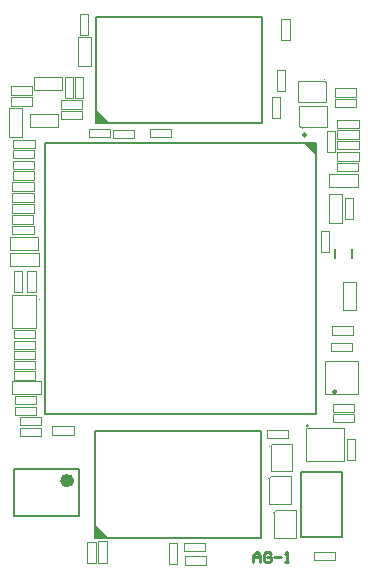
<source format=gto>
G04 Layer_Color=65535*
%FSLAX25Y25*%
%MOIN*%
G70*
G01*
G75*
%ADD11C,0.01000*%
%ADD50C,0.00984*%
%ADD51C,0.00394*%
%ADD52C,0.02362*%
%ADD53C,0.00787*%
G36*
X33478Y-177016D02*
X29541D01*
Y-173080D01*
X33478Y-177016D01*
D02*
G37*
G36*
X103276Y-49261D02*
X99339Y-45324D01*
X103276D01*
Y-49261D01*
D02*
G37*
G36*
X33878Y-38816D02*
X29941D01*
Y-34879D01*
X33878Y-38816D01*
D02*
G37*
D11*
X109731Y-128324D02*
G03*
X109731Y-128324I-394J0D01*
G01*
X82300Y-185200D02*
Y-182867D01*
X83466Y-181701D01*
X84633Y-182867D01*
Y-185200D01*
Y-183451D01*
X82300D01*
X88131Y-182284D02*
X87548Y-181701D01*
X86382D01*
X85799Y-182284D01*
Y-184617D01*
X86382Y-185200D01*
X87548D01*
X88131Y-184617D01*
Y-183451D01*
X86965D01*
X89298D02*
X91630D01*
X92797Y-185200D02*
X93963D01*
X93380D01*
Y-181701D01*
X92797Y-182284D01*
D50*
X99831Y-42765D02*
G03*
X99831Y-42765I-492J0D01*
G01*
D51*
X100635Y-139701D02*
G03*
X100635Y-139701I-440J0D01*
G01*
X98560Y-40637D02*
G03*
X98560Y-40637I-197J0D01*
G01*
X105934Y-24363D02*
G03*
X105934Y-24363I-197J0D01*
G01*
X89060Y-168563D02*
G03*
X89060Y-168563I-197J0D01*
G01*
X87360Y-157363D02*
G03*
X87360Y-157363I-197J0D01*
G01*
X87760Y-146463D02*
G03*
X87760Y-146463I-197J0D01*
G01*
X10918Y-97563D02*
G03*
X10918Y-97563I-197J0D01*
G01*
X109478Y-48443D02*
Y-41357D01*
X106722D02*
X109478D01*
X106722Y-48443D02*
Y-41357D01*
Y-48443D02*
X109478D01*
X25578Y-30443D02*
Y-23357D01*
X22822D02*
X25578D01*
X22822Y-30443D02*
Y-23357D01*
Y-30443D02*
X25578D01*
X18157Y-33978D02*
X25243D01*
Y-31222D01*
X18157D02*
X25243D01*
X18157Y-33978D02*
Y-31222D01*
X19322Y-23357D02*
X22078D01*
Y-30443D02*
Y-23357D01*
X19322Y-30443D02*
X22078D01*
X19322D02*
Y-23357D01*
X1457Y-29278D02*
X8543D01*
Y-26522D01*
X1457D02*
X8543D01*
X1457Y-29278D02*
Y-26522D01*
X25243Y-37378D02*
Y-34622D01*
X18157Y-37378D02*
X25243D01*
X18157D02*
Y-34622D01*
X25243D01*
X18624Y-27665D02*
Y-23335D01*
X9176Y-27665D02*
X18624D01*
X9176D02*
Y-23335D01*
X18624D01*
X7776Y-39965D02*
Y-35635D01*
X17224D01*
Y-39965D02*
Y-35635D01*
X7776Y-39965D02*
X17224D01*
X935Y-43324D02*
Y-33876D01*
Y-43324D02*
X5265D01*
Y-33876D01*
X935D02*
X5265D01*
X8543Y-32978D02*
Y-30222D01*
X1457Y-32978D02*
X8543D01*
X1457D02*
Y-30222D01*
X8543D01*
X23835Y-19624D02*
X28165D01*
X23835D02*
Y-10176D01*
X28165D01*
Y-19624D02*
Y-10176D01*
X1176Y-76835D02*
X10624D01*
X1176Y-81165D02*
Y-76835D01*
Y-81165D02*
X10624D01*
Y-76835D01*
X108057Y-114778D02*
X115143D01*
Y-112022D01*
X108057D02*
X115143D01*
X108057Y-114778D02*
Y-112022D01*
X88522Y-37043D02*
X91278D01*
X88522D02*
Y-29957D01*
X91278D01*
Y-37043D02*
Y-29957D01*
X110257Y-43978D02*
X117343D01*
Y-41222D01*
X110257D02*
X117343D01*
X110257Y-43978D02*
Y-41222D01*
X35557Y-43778D02*
X42643D01*
Y-41022D01*
X35557D02*
X42643D01*
X35557Y-43778D02*
Y-41022D01*
X2057Y-54922D02*
X9143D01*
X2057Y-57678D02*
Y-54922D01*
Y-57678D02*
X9143D01*
Y-54922D01*
X54921Y-43504D02*
Y-40748D01*
X47835Y-43504D02*
X54921D01*
X47835D02*
Y-40748D01*
X54921D01*
X56778Y-185843D02*
Y-178757D01*
X54022D02*
X56778D01*
X54022Y-185843D02*
Y-178757D01*
Y-185843D02*
X56778D01*
X110257Y-51278D02*
Y-48522D01*
X117343D01*
Y-51278D02*
Y-48522D01*
X110257Y-51278D02*
X117343D01*
X27278Y-9443D02*
Y-2357D01*
X24522D02*
X27278D01*
X24522Y-9443D02*
Y-2357D01*
Y-9443D02*
X27278D01*
X113422Y-143957D02*
X116178D01*
Y-151043D02*
Y-143957D01*
X113422Y-151043D02*
X116178D01*
X113422D02*
Y-143957D01*
X107435Y-62576D02*
X111765D01*
Y-72024D02*
Y-62576D01*
X107435Y-72024D02*
X111765D01*
X107435D02*
Y-62576D01*
X116365Y-101124D02*
Y-91676D01*
X112035D02*
X116365D01*
X112035Y-101124D02*
Y-91676D01*
Y-101124D02*
X116365D01*
X112722Y-70743D02*
Y-63657D01*
Y-70743D02*
X115478D01*
Y-63657D01*
X112722D02*
X115478D01*
X110157Y-54878D02*
Y-52122D01*
X117243D01*
Y-54878D02*
Y-52122D01*
X110157Y-54878D02*
X117243D01*
X1957Y-62222D02*
X9043D01*
X1957Y-64978D02*
Y-62222D01*
Y-64978D02*
X9043D01*
Y-62222D01*
X107576Y-59965D02*
X117024D01*
Y-55635D01*
X107576D02*
X117024D01*
X107576Y-59965D02*
Y-55635D01*
X10724Y-86365D02*
Y-82035D01*
X1276Y-86365D02*
X10724D01*
X1276D02*
Y-82035D01*
X10724D01*
X27557Y-43478D02*
Y-40722D01*
X34643D01*
Y-43478D02*
Y-40722D01*
X27557Y-43478D02*
X34643D01*
X59557Y-183222D02*
X66643D01*
X59557Y-185978D02*
Y-183222D01*
Y-185978D02*
X66643D01*
Y-183222D01*
X66143Y-181478D02*
Y-178722D01*
X59057Y-181478D02*
X66143D01*
X59057D02*
Y-178722D01*
X66143D01*
X30622Y-185343D02*
Y-178257D01*
Y-185343D02*
X33378D01*
Y-178257D01*
X30622D02*
X33378D01*
X26922Y-178357D02*
X29678D01*
Y-185443D02*
Y-178357D01*
X26922Y-185443D02*
X29678D01*
X26922D02*
Y-178357D01*
X102357Y-184378D02*
Y-181622D01*
X109443D01*
Y-184378D02*
Y-181622D01*
X102357Y-184378D02*
X109443D01*
X11424Y-129265D02*
Y-124935D01*
X1976Y-129265D02*
X11424D01*
X1976D02*
Y-124935D01*
X11424D01*
X116643Y-29978D02*
Y-27222D01*
X109557Y-29978D02*
X116643D01*
X109557D02*
Y-27222D01*
X116643D01*
X109557Y-30722D02*
X116643D01*
X109557Y-33478D02*
Y-30722D01*
Y-33478D02*
X116643D01*
Y-30722D01*
X110257Y-40378D02*
X117343D01*
Y-37622D01*
X110257D02*
X117343D01*
X110257Y-40378D02*
Y-37622D01*
X91622Y-11143D02*
Y-4057D01*
Y-11143D02*
X94378D01*
Y-4057D01*
X91622D02*
X94378D01*
X90122Y-28143D02*
Y-21057D01*
Y-28143D02*
X92878D01*
Y-21057D01*
X90122D02*
X92878D01*
X2257Y-47078D02*
X9343D01*
Y-44322D01*
X2257D02*
X9343D01*
X2257Y-47078D02*
Y-44322D01*
X22343Y-142678D02*
Y-139922D01*
X15257Y-142678D02*
X22343D01*
X15257D02*
Y-139922D01*
X22343D01*
X4457Y-136822D02*
X11543D01*
X4457Y-139578D02*
Y-136822D01*
Y-139578D02*
X11543D01*
Y-136822D01*
X2457Y-120878D02*
X9543D01*
Y-118122D01*
X2457D02*
X9543D01*
X2457Y-120878D02*
Y-118122D01*
X11643Y-143078D02*
Y-140322D01*
X4557Y-143078D02*
X11643D01*
X4557D02*
Y-140322D01*
X11643D01*
X2657Y-132578D02*
X9743D01*
Y-129822D01*
X2657D02*
X9743D01*
X2657Y-132578D02*
Y-129822D01*
X2557Y-114078D02*
Y-111322D01*
X9643D01*
Y-114078D02*
Y-111322D01*
X2557Y-114078D02*
X9643D01*
X2557Y-124278D02*
X9643D01*
Y-121522D01*
X2557D02*
X9643D01*
X2557Y-124278D02*
Y-121522D01*
X9243Y-50578D02*
Y-47822D01*
X2157Y-50578D02*
X9243D01*
X2157D02*
Y-47822D01*
X9243D01*
X2157Y-51422D02*
X9243D01*
X2157Y-54178D02*
Y-51422D01*
Y-54178D02*
X9243D01*
Y-51422D01*
X110257Y-47578D02*
X117343D01*
Y-44822D01*
X110257D02*
X117343D01*
X110257Y-47578D02*
Y-44822D01*
X9943Y-136078D02*
Y-133322D01*
X2857Y-136078D02*
X9943D01*
X2857D02*
Y-133322D01*
X9943D01*
X2457Y-117478D02*
Y-114722D01*
X9543D01*
Y-117478D02*
Y-114722D01*
X2457Y-117478D02*
X9543D01*
X1957Y-68678D02*
X9043D01*
Y-65922D01*
X1957D02*
X9043D01*
X1957Y-68678D02*
Y-65922D01*
X99801Y-151512D02*
Y-140488D01*
Y-151512D02*
X112399D01*
Y-140488D01*
X99801D02*
X112399D01*
X98100Y-40200D02*
X106800D01*
Y-33100D01*
X97600D02*
X106800D01*
X97600Y-39700D02*
Y-33100D01*
Y-39700D02*
X98100Y-40200D01*
X98800D01*
X105300Y-24800D02*
X106000D01*
X106500Y-25300D01*
Y-31900D02*
Y-25300D01*
X97300Y-31900D02*
X106500D01*
X97300D02*
Y-24800D01*
X106000D01*
X89300Y-169000D02*
Y-168300D01*
X89800Y-167800D01*
X96400D01*
Y-177000D02*
Y-167800D01*
X89300Y-177000D02*
X96400D01*
X89300D02*
Y-168300D01*
X87600Y-165800D02*
Y-157100D01*
Y-165800D02*
X94700D01*
Y-156600D01*
X88100D02*
X94700D01*
X87600Y-157100D02*
X88100Y-156600D01*
X87600Y-157800D02*
Y-157100D01*
X88000Y-146900D02*
Y-146200D01*
X88500Y-145700D01*
X95100D01*
Y-154900D02*
Y-145700D01*
X88000Y-154900D02*
X95100D01*
X88000D02*
Y-146200D01*
X104822Y-81843D02*
Y-74757D01*
Y-81843D02*
X107578D01*
Y-74757D01*
X104822D02*
X107578D01*
X1957Y-61278D02*
Y-58522D01*
X9043D01*
Y-61278D02*
Y-58522D01*
X1957Y-61278D02*
X9043D01*
X1857Y-72278D02*
X8943D01*
Y-69522D01*
X1857D02*
X8943D01*
X1857Y-72278D02*
Y-69522D01*
X1957Y-75778D02*
Y-73022D01*
X9043D01*
Y-75778D02*
Y-73022D01*
X1957Y-75778D02*
X9043D01*
X6922Y-95043D02*
Y-87957D01*
Y-95043D02*
X9678D01*
Y-87957D01*
X6922D02*
X9678D01*
X9643Y-110578D02*
Y-107822D01*
X2557Y-110578D02*
X9643D01*
X2557D02*
Y-107822D01*
X9643D01*
X2522Y-95043D02*
Y-87957D01*
Y-95043D02*
X5278D01*
Y-87957D01*
X2522D02*
X5278D01*
X9934Y-98350D02*
Y-95988D01*
X1666D02*
X9934D01*
X1666Y-107012D02*
Y-95988D01*
Y-107012D02*
X9934D01*
Y-98350D01*
X106188Y-126356D02*
Y-118088D01*
X117212D01*
Y-129112D02*
Y-118088D01*
X106188Y-129112D02*
X117212D01*
X106188D02*
Y-126356D01*
X93943Y-143878D02*
Y-141122D01*
X86857Y-143878D02*
X93943D01*
X86857D02*
Y-141122D01*
X93943D01*
X115443Y-109278D02*
Y-106522D01*
X108357Y-109278D02*
X115443D01*
X108357D02*
Y-106522D01*
X115443D01*
X108757Y-135178D02*
Y-132422D01*
X115843D01*
Y-135178D02*
Y-132422D01*
X108757Y-135178D02*
X115843D01*
X108657Y-138578D02*
Y-135822D01*
X115743D01*
Y-138578D02*
Y-135822D01*
X108657Y-138578D02*
X115743D01*
D52*
X21371Y-157963D02*
G03*
X21371Y-157963I-1181J0D01*
G01*
D53*
X109347Y-83775D02*
Y-80625D01*
X115253Y-83775D02*
Y-80625D01*
X98032Y-176706D02*
Y-155052D01*
X111811D01*
Y-176706D02*
Y-155052D01*
X98032Y-176706D02*
X111811D01*
X12724Y-135876D02*
Y-45324D01*
X103276Y-135876D02*
Y-45324D01*
X12724Y-135876D02*
X103276D01*
X12724Y-45324D02*
X103276D01*
X99339D02*
X103276Y-49261D01*
X2473Y-169774D02*
Y-154026D01*
X24127Y-169774D02*
Y-154026D01*
X2473Y-169774D02*
X24127D01*
X2473Y-154026D02*
X24127D01*
X29941Y-34879D02*
X33878Y-38816D01*
X29941D02*
X85059D01*
X29941Y-3384D02*
X85059D01*
X29941Y-38816D02*
Y-3384D01*
X85059Y-38816D02*
Y-3384D01*
X84659Y-177016D02*
Y-141584D01*
X29541Y-177016D02*
Y-141584D01*
X84659D01*
X29541Y-177016D02*
X84659D01*
X29541Y-173080D02*
X33478Y-177016D01*
M02*

</source>
